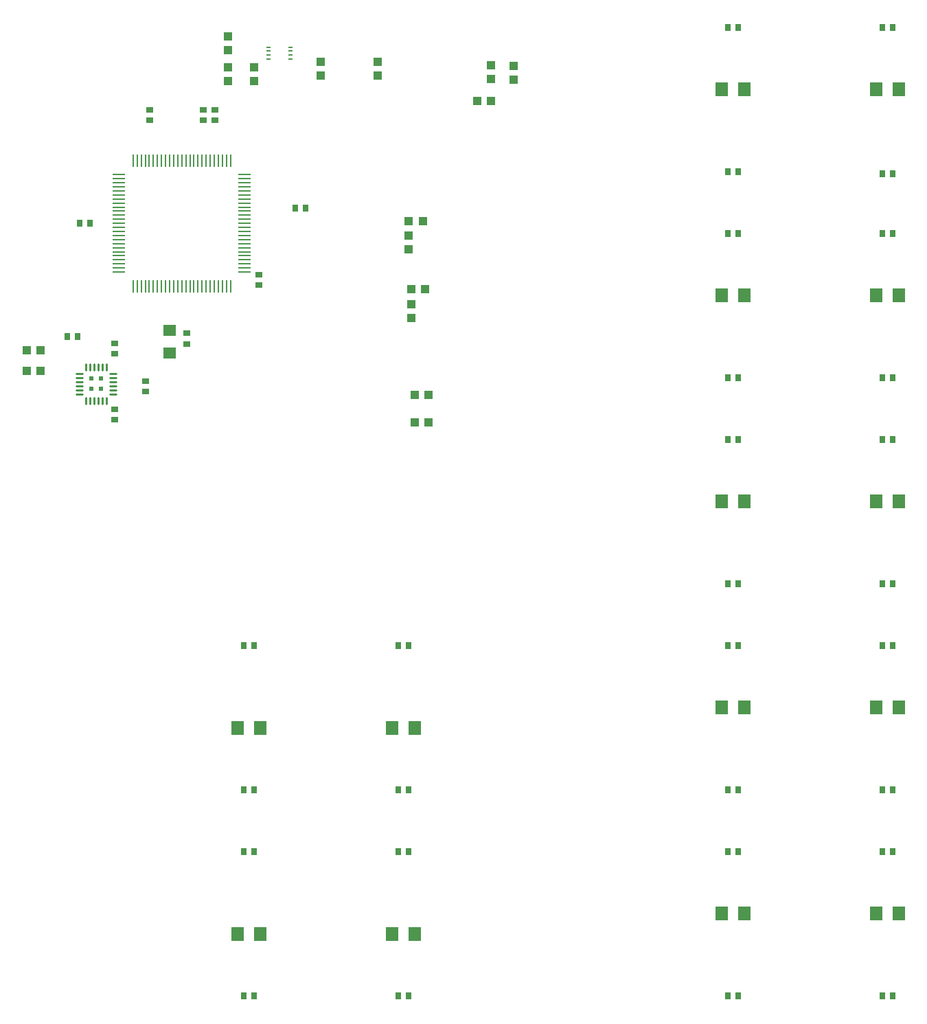
<source format=gtp>
G75*
G70*
%OFA0B0*%
%FSLAX24Y24*%
%IPPOS*%
%LPD*%
%AMOC8*
5,1,8,0,0,1.08239X$1,22.5*
%
%ADD10R,0.0591X0.0106*%
%ADD11R,0.0106X0.0591*%
%ADD12R,0.0190X0.0190*%
%ADD13C,0.0100*%
%ADD14R,0.0276X0.0354*%
%ADD15R,0.0630X0.0551*%
%ADD16R,0.0354X0.0276*%
%ADD17R,0.0630X0.0709*%
%ADD18R,0.0433X0.0394*%
%ADD19R,0.0394X0.0433*%
%ADD20R,0.0197X0.0098*%
D10*
X005879Y036818D03*
X005879Y037015D03*
X005879Y037211D03*
X005879Y037408D03*
X005879Y037605D03*
X005879Y037802D03*
X005879Y037999D03*
X005879Y038196D03*
X005879Y038393D03*
X005879Y038589D03*
X005879Y038786D03*
X005879Y038983D03*
X005879Y039180D03*
X005879Y039377D03*
X005879Y039574D03*
X005879Y039771D03*
X005879Y039967D03*
X005879Y040164D03*
X005879Y040361D03*
X005879Y040558D03*
X005879Y040755D03*
X005879Y040952D03*
X005879Y041149D03*
X005879Y041345D03*
X005879Y041542D03*
X011981Y041542D03*
X011981Y041345D03*
X011981Y041149D03*
X011981Y040952D03*
X011981Y040755D03*
X011981Y040558D03*
X011981Y040361D03*
X011981Y040164D03*
X011981Y039967D03*
X011981Y039771D03*
X011981Y039574D03*
X011981Y039377D03*
X011981Y039180D03*
X011981Y038983D03*
X011981Y038786D03*
X011981Y038589D03*
X011981Y038393D03*
X011981Y038196D03*
X011981Y037999D03*
X011981Y037802D03*
X011981Y037605D03*
X011981Y037408D03*
X011981Y037211D03*
X011981Y037015D03*
X011981Y036818D03*
D11*
X011292Y036129D03*
X011095Y036129D03*
X010899Y036129D03*
X010702Y036129D03*
X010505Y036129D03*
X010308Y036129D03*
X010111Y036129D03*
X009914Y036129D03*
X009717Y036129D03*
X009521Y036129D03*
X009324Y036129D03*
X009127Y036129D03*
X008930Y036129D03*
X008733Y036129D03*
X008536Y036129D03*
X008339Y036129D03*
X008143Y036129D03*
X007946Y036129D03*
X007749Y036129D03*
X007552Y036129D03*
X007355Y036129D03*
X007158Y036129D03*
X006961Y036129D03*
X006765Y036129D03*
X006568Y036129D03*
X006568Y042231D03*
X006765Y042231D03*
X006961Y042231D03*
X007158Y042231D03*
X007355Y042231D03*
X007552Y042231D03*
X007749Y042231D03*
X007946Y042231D03*
X008143Y042231D03*
X008339Y042231D03*
X008536Y042231D03*
X008733Y042231D03*
X008930Y042231D03*
X009127Y042231D03*
X009324Y042231D03*
X009521Y042231D03*
X009717Y042231D03*
X009914Y042231D03*
X010111Y042231D03*
X010308Y042231D03*
X010505Y042231D03*
X010702Y042231D03*
X010899Y042231D03*
X011095Y042231D03*
X011292Y042231D03*
D12*
X005010Y031640D03*
X004535Y031655D03*
X004535Y031155D03*
X005010Y031160D03*
D13*
X005072Y030727D02*
X005072Y030427D01*
X005271Y030427D02*
X005271Y030727D01*
X005445Y030891D02*
X005745Y030891D01*
X005745Y031090D02*
X005445Y031090D01*
X005445Y031289D02*
X005745Y031289D01*
X005745Y031499D02*
X005445Y031499D01*
X005445Y031697D02*
X005745Y031697D01*
X005745Y031897D02*
X005445Y031897D01*
X005271Y032061D02*
X005271Y032361D01*
X005072Y032361D02*
X005072Y032061D01*
X004873Y032061D02*
X004873Y032361D01*
X004663Y032361D02*
X004663Y032061D01*
X004465Y032061D02*
X004465Y032361D01*
X004265Y032361D02*
X004265Y032061D01*
X004090Y031897D02*
X003790Y031897D01*
X003790Y031697D02*
X004090Y031697D01*
X004090Y031499D02*
X003790Y031499D01*
X003790Y031289D02*
X004090Y031289D01*
X004090Y031090D02*
X003790Y031090D01*
X003790Y030891D02*
X004090Y030891D01*
X004265Y030727D02*
X004265Y030427D01*
X004465Y030427D02*
X004465Y030727D01*
X004663Y030727D02*
X004663Y030427D01*
X004873Y030427D02*
X004873Y030727D01*
D14*
X011924Y001680D03*
X012436Y001680D03*
X019424Y001680D03*
X019936Y001680D03*
X019936Y008680D03*
X019424Y008680D03*
X019424Y011680D03*
X019936Y011680D03*
X019936Y018680D03*
X019424Y018680D03*
X012436Y018680D03*
X011924Y018680D03*
X011924Y011680D03*
X012436Y011680D03*
X012436Y008680D03*
X011924Y008680D03*
X035424Y008680D03*
X035936Y008680D03*
X035936Y011680D03*
X035424Y011680D03*
X035424Y018680D03*
X035936Y018680D03*
X035936Y021680D03*
X035424Y021680D03*
X035424Y028680D03*
X035936Y028680D03*
X035936Y031680D03*
X035424Y031680D03*
X035424Y038680D03*
X035936Y038680D03*
X035936Y041680D03*
X035424Y041680D03*
X035424Y048680D03*
X035936Y048680D03*
X042924Y048680D03*
X043436Y048680D03*
X043436Y041580D03*
X042924Y041580D03*
X042924Y038680D03*
X043436Y038680D03*
X043436Y031680D03*
X042924Y031680D03*
X042924Y028680D03*
X043436Y028680D03*
X043436Y021680D03*
X042924Y021680D03*
X042924Y018680D03*
X043436Y018680D03*
X043436Y011680D03*
X042924Y011680D03*
X042924Y008680D03*
X043436Y008680D03*
X043436Y001680D03*
X042924Y001680D03*
X035936Y001680D03*
X035424Y001680D03*
X003886Y033670D03*
X003374Y033670D03*
X003964Y039180D03*
X004476Y039180D03*
X014424Y039930D03*
X014936Y039930D03*
D15*
X008330Y033981D03*
X008330Y032879D03*
D16*
X009180Y033324D03*
X009180Y033836D03*
X007160Y031526D03*
X007160Y031014D03*
X005670Y030156D03*
X005670Y029644D03*
X005680Y032854D03*
X005680Y033366D03*
X012680Y036174D03*
X012680Y036686D03*
X010530Y044174D03*
X010530Y044686D03*
X009980Y044686D03*
X009980Y044174D03*
X007380Y044174D03*
X007380Y044686D03*
D17*
X035129Y045680D03*
X036231Y045680D03*
X042629Y045680D03*
X043731Y045680D03*
X043731Y035680D03*
X042629Y035680D03*
X036231Y035680D03*
X035129Y035680D03*
X035129Y025680D03*
X036231Y025680D03*
X042629Y025680D03*
X043731Y025680D03*
X043731Y015680D03*
X042629Y015680D03*
X036231Y015680D03*
X035129Y015680D03*
X035129Y005680D03*
X036231Y005680D03*
X042629Y005680D03*
X043731Y005680D03*
X020231Y004680D03*
X019129Y004680D03*
X012731Y004680D03*
X011629Y004680D03*
X011629Y014680D03*
X012731Y014680D03*
X019129Y014680D03*
X020231Y014680D03*
D18*
X002065Y032020D03*
X001395Y032020D03*
X001405Y033010D03*
X002075Y033010D03*
X011180Y046095D03*
X011180Y046765D03*
X011180Y047595D03*
X011180Y048265D03*
X012430Y046765D03*
X012430Y046095D03*
X015680Y046345D03*
X015680Y047015D03*
X018430Y047015D03*
X018430Y046345D03*
X023940Y046175D03*
X023940Y046845D03*
X019950Y038575D03*
X019950Y037905D03*
X020080Y035245D03*
X020080Y034575D03*
D19*
X020075Y036000D03*
X020745Y036000D03*
X020625Y039290D03*
X019955Y039290D03*
X023265Y045110D03*
X023935Y045110D03*
X025040Y046165D03*
X025040Y046835D03*
X020905Y030860D03*
X020235Y030860D03*
X020225Y029530D03*
X020895Y029530D03*
D20*
X014219Y047143D03*
X014219Y047339D03*
X014219Y047536D03*
X014219Y047733D03*
X013137Y047733D03*
X013137Y047536D03*
X013137Y047339D03*
X013137Y047143D03*
M02*

</source>
